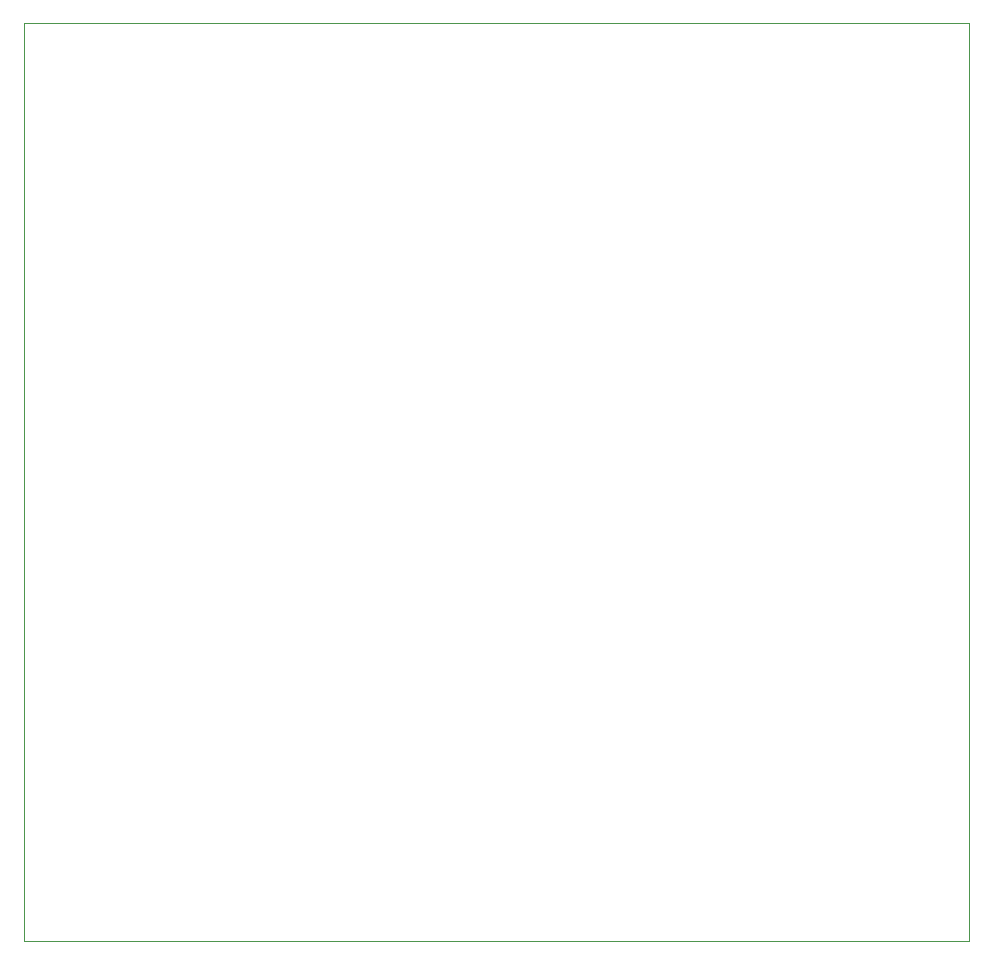
<source format=gbr>
%TF.GenerationSoftware,KiCad,Pcbnew,5.1.6-c6e7f7d~86~ubuntu18.04.1*%
%TF.CreationDate,2020-05-28T16:01:42+01:00*%
%TF.ProjectId,Frank-2-Pi,4672616e-6b2d-4322-9d50-692e6b696361,rev?*%
%TF.SameCoordinates,Original*%
%TF.FileFunction,Profile,NP*%
%FSLAX46Y46*%
G04 Gerber Fmt 4.6, Leading zero omitted, Abs format (unit mm)*
G04 Created by KiCad (PCBNEW 5.1.6-c6e7f7d~86~ubuntu18.04.1) date 2020-05-28 16:01:42*
%MOMM*%
%LPD*%
G01*
G04 APERTURE LIST*
%TA.AperFunction,Profile*%
%ADD10C,0.050000*%
%TD*%
G04 APERTURE END LIST*
D10*
X254000Y-77978000D02*
X254000Y-254000D01*
X80264000Y-77978000D02*
X254000Y-77978000D01*
X80264000Y-254000D02*
X80264000Y-77978000D01*
X254000Y-254000D02*
X80264000Y-254000D01*
M02*

</source>
